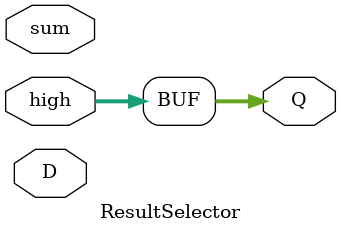
<source format=sv>
module BinSearchDiv(
    input [7:0] D, d,
    output [7:0] Q
);
    wire [7:0] low_out, high_out;
    wire [7:0] mid_out;
    wire [7:0] sum_out;
    wire carry_out;

    // Instantiate control module
    BinSearchControl control(
        .D(D),
        .d(d),
        .low_in(8'd0),
        .high_in(D),
        .low_out(low_out),
        .high_out(high_out)
    );

    // Instantiate midpoint calculation module
    MidpointCalc midpoint(
        .low(low_out),
        .high(high_out),
        .mid(mid_out)
    );

    // Instantiate multiplication module
    Multiplier mult(
        .a(mid_out),
        .b(d),
        .sum(sum_out),
        .carry(carry_out)
    );

    // Instantiate result selection module
    ResultSelector result_sel(
        .sum(sum_out),
        .D(D),
        .high(high_out),
        .Q(Q)
    );
endmodule

// Binary Search Control Module
module BinSearchControl(
    input [7:0] D, d,
    input [7:0] low_in, high_in,
    output reg [7:0] low_out, high_out
);
    wire [7:0] mid;
    wire [7:0] sum;
    wire carry;

    // Instantiate midpoint calculation module
    MidpointCalc midpoint(
        .low(low_in),
        .high(high_in),
        .mid(mid)
    );

    // Instantiate multiplication module
    Multiplier mult(
        .a(mid),
        .b(d),
        .sum(sum),
        .carry(carry)
    );

    always @(*) begin
        if (sum <= D) begin
            low_out = mid + 1;
            high_out = high_in;
        end else begin
            low_out = low_in;
            high_out = mid - 1;
        end
    end
endmodule

// Midpoint Calculation Module
module MidpointCalc(
    input [7:0] low, high,
    output reg [7:0] mid
);
    always @(*) begin
        mid = (low + high) >> 1;
    end
endmodule

// Multiplier Module
module Multiplier(
    input [7:0] a, b,
    output reg [7:0] sum,
    output reg carry
);
    always @(*) begin
        {carry, sum} = a * b;
    end
endmodule

// Result Selector Module
module ResultSelector(
    input [7:0] sum,
    input [7:0] D,
    input [7:0] high,
    output reg [7:0] Q
);
    always @(*) begin
        Q = high;
    end
endmodule
</source>
